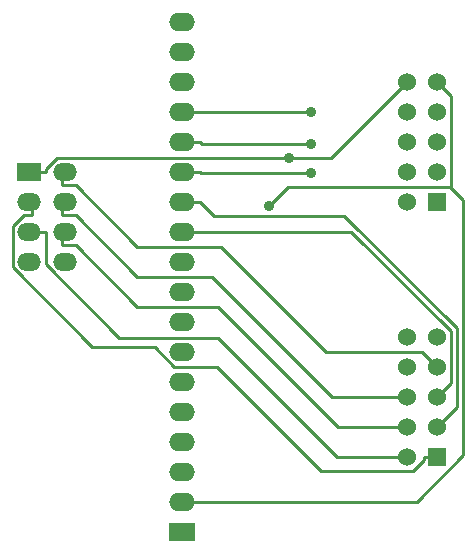
<source format=gbl>
G04 (created by PCBNEW (2013-07-07 BZR 4022)-stable) date 29/09/2013 00:43:05*
%MOIN*%
G04 Gerber Fmt 3.4, Leading zero omitted, Abs format*
%FSLAX34Y34*%
G01*
G70*
G90*
G04 APERTURE LIST*
%ADD10C,0.00590551*%
%ADD11R,0.0787X0.06*%
%ADD12O,0.0787X0.06*%
%ADD13R,0.0866X0.06*%
%ADD14O,0.0866X0.06*%
%ADD15R,0.06X0.06*%
%ADD16C,0.06*%
%ADD17C,0.035*%
%ADD18C,0.01*%
G04 APERTURE END LIST*
G54D10*
G54D11*
X902Y13000D03*
G54D12*
X2098Y13000D03*
X902Y12000D03*
X2098Y12000D03*
X902Y11000D03*
X2098Y11000D03*
X902Y10000D03*
X2098Y10000D03*
G54D13*
X6000Y1000D03*
G54D14*
X6000Y2000D03*
X6000Y3000D03*
X6000Y4000D03*
X6000Y5000D03*
X6000Y6000D03*
X6000Y7000D03*
X6000Y8000D03*
X6000Y9000D03*
X6000Y10000D03*
X6000Y11000D03*
X6000Y12000D03*
X6000Y13000D03*
X6000Y14000D03*
X6000Y15000D03*
X6000Y16000D03*
X6000Y17000D03*
X6000Y18000D03*
G54D15*
X14500Y12000D03*
G54D16*
X13500Y12000D03*
X14500Y13000D03*
X13500Y13000D03*
X14500Y14000D03*
X13500Y14000D03*
X14500Y15000D03*
X13500Y15000D03*
X14500Y16000D03*
X13500Y16000D03*
G54D15*
X14500Y3500D03*
G54D16*
X13500Y3500D03*
X14500Y4500D03*
X13500Y4500D03*
X14500Y5500D03*
X13500Y5500D03*
X14500Y6500D03*
X13500Y6500D03*
X14500Y7500D03*
X13500Y7500D03*
G54D17*
X9549Y13456D03*
X10294Y15000D03*
X10283Y13939D03*
X10289Y12975D03*
X8875Y11858D03*
G54D18*
X1000Y13000D02*
X1445Y13000D01*
X9549Y13456D02*
X9549Y13456D01*
X1818Y13456D02*
X9549Y13456D01*
X1445Y13083D02*
X1818Y13456D01*
X1445Y13000D02*
X1445Y13083D01*
X10956Y13456D02*
X13500Y16000D01*
X9549Y13456D02*
X10956Y13456D01*
X11638Y11000D02*
X6000Y11000D01*
X14954Y7683D02*
X11638Y11000D01*
X14954Y5954D02*
X14954Y7683D01*
X14500Y5500D02*
X14954Y5954D01*
X6000Y12000D02*
X6583Y12000D01*
X15154Y5154D02*
X14500Y4500D01*
X15154Y7780D02*
X15154Y5154D01*
X11401Y11533D02*
X15154Y7780D01*
X7049Y11533D02*
X11401Y11533D01*
X6583Y12000D02*
X7049Y11533D01*
X6000Y15000D02*
X6583Y15000D01*
X10294Y15000D02*
X6583Y15000D01*
X6000Y14000D02*
X6583Y14000D01*
X6643Y13939D02*
X10283Y13939D01*
X6583Y14000D02*
X6643Y13939D01*
X6608Y12975D02*
X6583Y13000D01*
X10289Y12975D02*
X6608Y12975D01*
X6000Y13000D02*
X6583Y13000D01*
X1445Y9910D02*
X1445Y11000D01*
X3892Y7464D02*
X1445Y9910D01*
X7201Y7464D02*
X3892Y7464D01*
X11165Y3500D02*
X7201Y7464D01*
X13500Y3500D02*
X11165Y3500D01*
X1000Y11000D02*
X1445Y11000D01*
X2000Y11000D02*
X2000Y10549D01*
X2450Y10549D02*
X2000Y10549D01*
X4500Y8500D02*
X2450Y10549D01*
X7178Y8500D02*
X4500Y8500D01*
X11178Y4500D02*
X7178Y8500D01*
X13500Y4500D02*
X11178Y4500D01*
X2450Y12549D02*
X2000Y12549D01*
X4500Y10500D02*
X2450Y12549D01*
X7272Y10500D02*
X4500Y10500D01*
X10772Y7000D02*
X7272Y10500D01*
X14000Y7000D02*
X10772Y7000D01*
X14500Y6500D02*
X14000Y7000D01*
X2000Y13000D02*
X2000Y12549D01*
X2000Y12000D02*
X2000Y11549D01*
X2450Y11549D02*
X2000Y11549D01*
X4500Y9500D02*
X2450Y11549D01*
X6998Y9500D02*
X4500Y9500D01*
X10998Y5500D02*
X6998Y9500D01*
X13500Y5500D02*
X10998Y5500D01*
X716Y11549D02*
X1000Y11549D01*
X350Y11184D02*
X716Y11549D01*
X350Y9810D02*
X350Y11184D01*
X3005Y7156D02*
X350Y9810D01*
X5072Y7156D02*
X3005Y7156D01*
X5728Y6500D02*
X5072Y7156D01*
X7154Y6500D02*
X5728Y6500D01*
X10619Y3034D02*
X7154Y6500D01*
X13697Y3034D02*
X10619Y3034D01*
X14049Y3387D02*
X13697Y3034D01*
X14049Y3500D02*
X14049Y3387D01*
X14500Y3500D02*
X14049Y3500D01*
X1000Y12000D02*
X1000Y11549D01*
X13815Y2000D02*
X6000Y2000D01*
X15364Y3549D02*
X13815Y2000D01*
X15364Y12044D02*
X15364Y3549D01*
X14909Y12500D02*
X15364Y12044D01*
X14959Y12549D02*
X14909Y12500D01*
X14959Y15540D02*
X14959Y12549D01*
X14500Y16000D02*
X14959Y15540D01*
X9516Y12500D02*
X8875Y11858D01*
X14909Y12500D02*
X9516Y12500D01*
M02*

</source>
